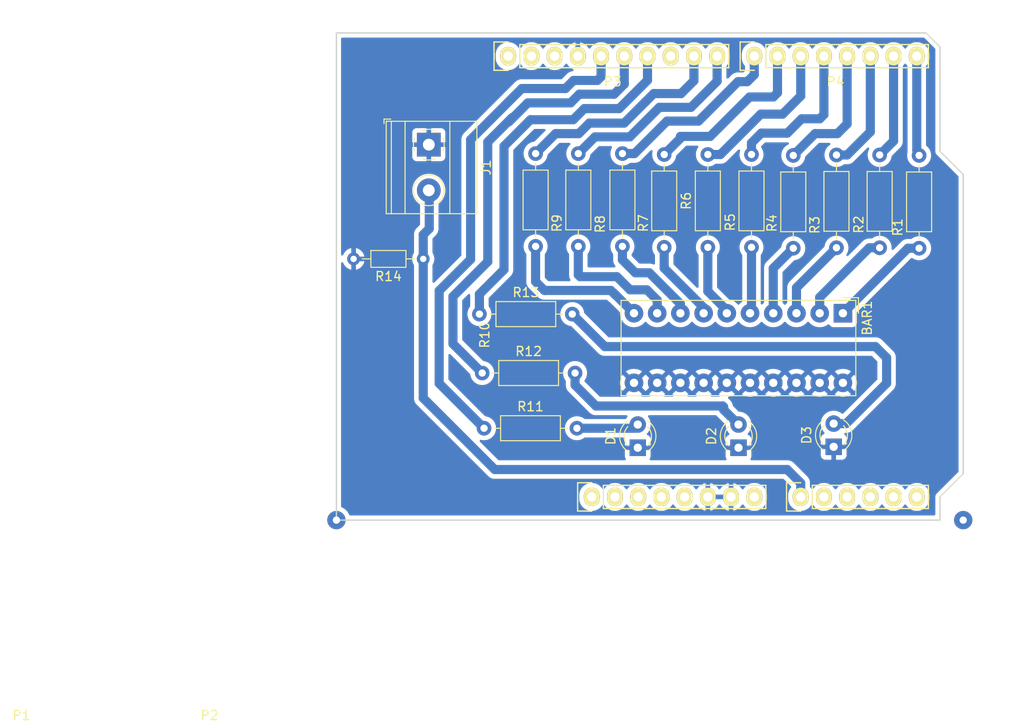
<source format=kicad_pcb>
(kicad_pcb (version 20211014) (generator pcbnew)
  (title_block (date "lun. 30 mars 2015"))
  (layers (0 "F.Cu" signal "cobre frontal") (31 "B.Cu" signal "Cobre traseira") (34 "B.Paste" user "Pasta traseira") (35 "F.Paste" user "Pasta frontal") (36 "B.SilkS" user "B.Silkscreen") (37 "F.SilkS" user "F.Silkscreen") (38 "B.Mask" user "Máscara traseira") (39 "F.Mask" user "Máscara frontal") (44 "Edge.Cuts" user "Cortes contorno"))
  (net 0 "")
  (net 1 "/IOREF")
  (net 2 "/Reset")
  (net 3 "+5V")
  (net 4 "GND")
  (net 5 "/Vin")
  (net 7 "/A1")
  (net 8 "/A2")
  (net 9 "/A3")
  (net 10 "/AREF")
  (net 11 "/A4(SDA)")
  (net 12 "/A5(SCL)")
  (net 13 "Net-(BAR1-Pad1)")
  (net 14 "Net-(BAR1-Pad2)")
  (net 15 "Net-(BAR1-Pad3)")
  (net 16 "Net-(BAR1-Pad4)")
  (net 17 "Net-(BAR1-Pad5)")
  (net 18 "Net-(BAR1-Pad6)")
  (net 19 "Net-(BAR1-Pad7)")
  (net 20 "Net-(BAR1-Pad8)")
  (net 21 "Net-(BAR1-Pad9)")
  (net 22 "Net-(BAR1-Pad10)")
  (net 23 "Net-(D1-Pad2)")
  (net 24 "/10(**{slash}SS)")
  (net 25 "Net-(D2-Pad2)")
  (net 26 "+3V3")
  (net 27 "Net-(D3-Pad2)")
  (net 28 "M+")
  (net 29 "13(SCK)")
  (net 30 "12(MISO)")
  (net 31 "11(**{slash}MOSI)")
  (net 32 "9(**)")
  (net 33 "8")
  (net 34 "7")
  (net 35 "6(**)")
  (net 36 "5(**)")
  (net 37 "4")
  (net 38 "3(**)")
  (net 39 "2")
  (net 40 "1(Tx)")
  (net 41 "0(Rx)")
  (footprint "Socket_Arduino_Uno:Socket_Strip_Arduino_1x08" (layer "F.Cu") (at 138.938 123.825)
    (fp_text reference "P1" (at -62.409 23.927) (layer "F.SilkS"))
    (fp_text value "Power")
    (fp_line (start 19.05 1.27) (end 19.05 -1.27) (layer "F.SilkS") (width 0.15))
    (fp_line (start 1.27 1.27) (end 19.05 1.27) (layer "F.SilkS") (width 0.15))
    (fp_line (start 19.05 -1.27) (end 1.27 -1.27) (layer "F.SilkS") (width 0.15))
    (fp_line (start 0 -1.55) (end -1.55 -1.55) (layer "F.SilkS") (width 0.15))
    (fp_line (start -1.55 -1.55) (end -1.55 1.55) (layer "F.SilkS") (width 0.15))
    (fp_line (start -1.55 1.55) (end 0 1.55) (layer "F.SilkS") (width 0.15))
    (fp_line (start 1.27 1.27) (end 1.27 -1.27) (layer "F.SilkS") (width 0.15))
    (pad "1" thru_hole oval locked (at 0 0) (size 1.7272 2.032) (drill 1.016) (layers *.Cu *.Mask "F.SilkS"))
    (pad "2" thru_hole oval locked (at 2.54 0) (size 1.7272 2.032) (drill 1.016) (layers *.Cu *.Mask "F.SilkS") (net 1 "/IOREF"))
    (pad "3" thru_hole oval locked (at 5.08 0) (size 1.7272 2.032) (drill 1.016) (layers *.Cu *.Mask "F.SilkS") (net 2 "/Reset"))
    (pad "4" thru_hole oval locked (at 7.62 0) (size 1.7272 2.032) (drill 1.016) (layers *.Cu *.Mask "F.SilkS") (net 26 "+3V3"))
    (pad "5" thru_hole oval locked (at 10.16 0) (size 1.7272 2.032) (drill 1.016) (layers *.Cu *.Mask "F.SilkS") (net 3 "+5V"))
    (pad "6" thru_hole oval locked (at 12.7 0) (size 1.7272 2.032) (drill 1.016) (layers *.Cu *.Mask "F.SilkS") (net 4 "GND"))
    (pad "7" thru_hole oval locked (at 15.24 0) (size 1.7272 2.032) (drill 1.016) (layers *.Cu *.Mask "F.SilkS") (net 4 "GND"))
    (pad "8" thru_hole oval locked (at 17.78 0) (size 1.7272 2.032) (drill 1.016) (layers *.Cu *.Mask "F.SilkS") (net 5 "/Vin"))
  )
  (footprint "Socket_Arduino_Uno:Socket_Strip_Arduino_1x06" (layer "F.Cu") (at 161.798 123.825)
    (fp_text reference "P2" (at -64.695 23.927) (layer "F.SilkS"))
    (fp_text value "Analog")
    (fp_line (start 1.27 1.27) (end 1.27 -1.27) (layer "F.SilkS") (width 0.15))
    (fp_line (start 0 -1.55) (end -1.55 -1.55) (layer "F.SilkS") (width 0.15))
    (fp_line (start 13.97 -1.27) (end 1.27 -1.27) (layer "F.SilkS") (width 0.15))
    (fp_line (start 1.27 1.27) (end 13.97 1.27) (layer "F.SilkS") (width 0.15))
    (fp_line (start 13.97 1.27) (end 13.97 -1.27) (layer "F.SilkS") (width 0.15))
    (fp_line (start -1.55 -1.55) (end -1.55 1.55) (layer "F.SilkS") (width 0.15))
    (fp_line (start -1.55 1.55) (end 0 1.55) (layer "F.SilkS") (width 0.15))
    (pad "1" thru_hole oval locked (at 0 0) (size 1.7272 2.032) (drill 1.016) (layers *.Cu *.Mask "F.SilkS") (net 28 "M+"))
    (pad "2" thru_hole oval locked (at 2.54 0) (size 1.7272 2.032) (drill 1.016) (layers *.Cu *.Mask "F.SilkS") (net 7 "/A1"))
    (pad "3" thru_hole oval locked (at 5.08 0) (size 1.7272 2.032) (drill 1.016) (layers *.Cu *.Mask "F.SilkS") (net 8 "/A2"))
    (pad "4" thru_hole oval locked (at 7.62 0) (size 1.7272 2.032) (drill 1.016) (layers *.Cu *.Mask "F.SilkS") (net 9 "/A3"))
    (pad "5" thru_hole oval locked (at 10.16 0) (size 1.7272 2.032) (drill 1.016) (layers *.Cu *.Mask "F.SilkS") (net 11 "/A4(SDA)"))
    (pad "6" thru_hole oval locked (at 12.7 0) (size 1.7272 2.032) (drill 1.016) (layers *.Cu *.Mask "F.SilkS") (net 12 "/A5(SCL)"))
  )
  (footprint "Socket_Arduino_Uno:Socket_Strip_Arduino_1x10" (layer "F.Cu") (at 129.794 75.565)
    (fp_text reference "P3" (at 11.43 2.794) (layer "F.SilkS"))
    (fp_text value "Digital")
    (fp_line (start -1.55 -1.55) (end -1.55 1.55) (layer "F.SilkS") (width 0.15))
    (fp_line (start 1.27 1.27) (end 24.13 1.27) (layer "F.SilkS") (width 0.15))
    (fp_line (start 24.13 1.27) (end 24.13 -1.27) (layer "F.SilkS") (width 0.15))
    (fp_line (start 24.13 -1.27) (end 1.27 -1.27) (layer "F.SilkS") (width 0.15))
    (fp_line (start 0 -1.55) (end -1.55 -1.55) (layer "F.SilkS") (width 0.15))
    (fp_line (start -1.55 1.55) (end 0 1.55) (layer "F.SilkS") (width 0.15))
    (fp_line (start 1.27 1.27) (end 1.27 -1.27) (layer "F.SilkS") (width 0.15))
    (pad "1" thru_hole oval locked (at 0 0) (size 1.7272 2.032) (drill 1.016) (layers *.Cu *.Mask "F.SilkS") (net 12 "/A5(SCL)"))
    (pad "2" thru_hole oval locked (at 2.54 0) (size 1.7272 2.032) (drill 1.016) (layers *.Cu *.Mask "F.SilkS") (net 11 "/A4(SDA)"))
    (pad "3" thru_hole oval locked (at 5.08 0) (size 1.7272 2.032) (drill 1.016) (layers *.Cu *.Mask "F.SilkS") (net 10 "/AREF"))
    (pad "4" thru_hole oval locked (at 7.62 0) (size 1.7272 2.032) (drill 1.016) (layers *.Cu *.Mask "F.SilkS") (net 4 "GND"))
    (pad "5" thru_hole oval locked (at 10.16 0) (size 1.7272 2.032) (drill 1.016) (layers *.Cu *.Mask "F.SilkS") (net 29 "13(SCK)"))
    (pad "6" thru_hole oval locked (at 12.7 0) (size 1.7272 2.032) (drill 1.016) (layers *.Cu *.Mask "F.SilkS") (net 30 "12(MISO)"))
    (pad "7" thru_hole oval locked (at 15.24 0) (size 1.7272 2.032) (drill 1.016) (layers *.Cu *.Mask "F.SilkS") (net 31 "11(**{slash}MOSI)"))
    (pad "8" thru_hole oval locked (at 17.78 0) (size 1.7272 2.032) (drill 1.016) (layers *.Cu *.Mask "F.SilkS") (net 24 "/10(**{slash}SS)"))
    (pad "9" thru_hole oval locked (at 20.32 0) (size 1.7272 2.032) (drill 1.016) (layers *.Cu *.Mask "F.SilkS") (net 32 "9(**)"))
    (pad "10" thru_hole oval locked (at 22.86 0) (size 1.7272 2.032) (drill 1.016) (layers *.Cu *.Mask "F.SilkS") (net 33 "8"))
  )
  (footprint "Socket_Arduino_Uno:Socket_Strip_Arduino_1x08" (layer "F.Cu") (at 156.718 75.565)
    (fp_text reference "P4" (at 8.89 2.794) (layer "F.SilkS"))
    (fp_text value "Digital")
    (fp_line (start 19.05 -1.27) (end 1.27 -1.27) (layer "F.SilkS") (width 0.15))
    (fp_line (start -1.55 1.55) (end 0 1.55) (layer "F.SilkS") (width 0.15))
    (fp_line (start 1.27 1.27) (end 19.05 1.27) (layer "F.SilkS") (width 0.15))
    (fp_line (start 1.27 1.27) (end 1.27 -1.27) (layer "F.SilkS") (width 0.15))
    (fp_line (start 0 -1.55) (end -1.55 -1.55) (layer "F.SilkS") (width 0.15))
    (fp_line (start 19.05 1.27) (end 19.05 -1.27) (layer "F.SilkS") (width 0.15))
    (fp_line (start -1.55 -1.55) (end -1.55 1.55) (layer "F.SilkS") (width 0.15))
    (pad "1" thru_hole oval locked (at 0 0) (size 1.7272 2.032) (drill 1.016) (layers *.Cu *.Mask "F.SilkS") (net 34 "7"))
    (pad "2" thru_hole oval locked (at 2.54 0) (size 1.7272 2.032) (drill 1.016) (layers *.Cu *.Mask "F.SilkS") (net 35 "6(**)"))
    (pad "3" thru_hole oval locked (at 5.08 0) (size 1.7272 2.032) (drill 1.016) (layers *.Cu *.Mask "F.SilkS") (net 36 "5(**)"))
    (pad "4" thru_hole oval locked (at 7.62 0) (size 1.7272 2.032) (drill 1.016) (layers *.Cu *.Mask "F.SilkS") (net 37 "4"))
    (pad "5" thru_hole oval locked (at 10.16 0) (size 1.7272 2.032) (drill 1.016) (layers *.Cu *.Mask "F.SilkS") (net 38 "3(**)"))
    (pad "6" thru_hole oval locked (at 12.7 0) (size 1.7272 2.032) (drill 1.016) (layers *.Cu *.Mask "F.SilkS") (net 39 "2"))
    (pad "7" thru_hole oval locked (at 15.24 0) (size 1.7272 2.032) (drill 1.016) (layers *.Cu *.Mask "F.SilkS") (net 40 "1(Tx)"))
    (pad "8" thru_hole oval locked (at 17.78 0) (size 1.7272 2.032) (drill 1.016) (layers *.Cu *.Mask "F.SilkS") (net 41 "0(Rx)"))
  )
  (footprint "Resistor_THT:R_Axial_DIN0207_L6.3mm_D2.5mm_P10.16mm_Horizontal" (layer "F.Cu") (at 156.4132 96.4946 90)
    (fp_text reference "R5" (at 2.7432 -2.3368 90) (layer "F.SilkS"))
    (fp_text value "330")
    (fp_line (start 9.12 0) (end 8.35 0) (layer "F.SilkS") (width 0.12))
    (fp_line (start 8.35 -1.37) (end 1.81 -1.37) (layer "F.SilkS") (width 0.12))
    (fp_line (start 1.04 0) (end 1.81 0) (layer "F.SilkS") (width 0.12))
    (fp_line (start 8.35 1.37) (end 8.35 -1.37) (layer "F.SilkS") (width 0.12))
    (fp_line (start 1.81 1.37) (end 8.35 1.37) (layer "F.SilkS") (width 0.12))
    (fp_line (start 1.81 -1.37) (end 1.81 1.37) (layer "F.SilkS") (width 0.12))
    (pad "1" thru_hole circle (at 0 0 90) (size 1.6 1.6) (drill 0.8) (layers *.Cu *.Mask) (net 17 "Net-(BAR1-Pad5)"))
    (pad "2" thru_hole oval (at 10.16 0 90) (size 1.6 1.6) (drill 0.8) (layers *.Cu *.Mask) (net 37 "4"))
  )
  (footprint "Resistor_THT:R_Axial_DIN0207_L6.3mm_D2.5mm_P10.16mm_Horizontal" (layer "F.Cu") (at 151.638 96.4946 90)
    (fp_text reference "R6" (at 5.08 -2.37 90) (layer "F.SilkS"))
    (fp_text value "330")
    (fp_line (start 1.81 1.37) (end 8.35 1.37) (layer "F.SilkS") (width 0.12))
    (fp_line (start 1.81 -1.37) (end 1.81 1.37) (layer "F.SilkS") (width 0.12))
    (fp_line (start 1.04 0) (end 1.81 0) (layer "F.SilkS") (width 0.12))
    (fp_line (start 8.35 -1.37) (end 1.81 -1.37) (layer "F.SilkS") (width 0.12))
    (fp_line (start 8.35 1.37) (end 8.35 -1.37) (layer "F.SilkS") (width 0.12))
    (fp_line (start 9.12 0) (end 8.35 0) (layer "F.SilkS") (width 0.12))
    (pad "1" thru_hole circle (at 0 0 90) (size 1.6 1.6) (drill 0.8) (layers *.Cu *.Mask) (net 18 "Net-(BAR1-Pad6)"))
    (pad "2" thru_hole oval (at 10.16 0 90) (size 1.6 1.6) (drill 0.8) (layers *.Cu *.Mask) (net 36 "5(**)"))
  )
  (footprint "Resistor_THT:R_Axial_DIN0207_L6.3mm_D2.5mm_P10.16mm_Horizontal" (layer "F.Cu") (at 174.752 96.5962 90)
    (fp_text reference "R1" (at 2.286 -2.3368 90) (layer "F.SilkS"))
    (fp_text value "330")
    (fp_line (start 8.35 -1.37) (end 1.81 -1.37) (layer "F.SilkS") (width 0.12))
    (fp_line (start 8.35 1.37) (end 8.35 -1.37) (layer "F.SilkS") (width 0.12))
    (fp_line (start 1.04 0) (end 1.81 0) (layer "F.SilkS") (width 0.12))
    (fp_line (start 1.81 -1.37) (end 1.81 1.37) (layer "F.SilkS") (width 0.12))
    (fp_line (start 1.81 1.37) (end 8.35 1.37) (layer "F.SilkS") (width 0.12))
    (fp_line (start 9.12 0) (end 8.35 0) (layer "F.SilkS") (width 0.12))
    (pad "1" thru_hole circle (at 0 0 90) (size 1.6 1.6) (drill 0.8) (layers *.Cu *.Mask) (net 13 "Net-(BAR1-Pad1)"))
    (pad "2" thru_hole oval (at 10.16 0 90) (size 1.6 1.6) (drill 0.8) (layers *.Cu *.Mask) (net 41 "0(Rx)"))
  )
  (footprint "Resistor_THT:R_Axial_DIN0204_L3.6mm_D1.6mm_P7.62mm_Horizontal" (layer "F.Cu") (at 120.4976 97.7646 180)
    (fp_text reference "R14" (at 3.81 -1.92) (layer "F.SilkS"))
    (fp_text value "62")
    (fp_line (start 5.73 0.92) (end 5.73 -0.92) (layer "F.SilkS") (width 0.12))
    (fp_line (start 1.89 0.92) (end 5.73 0.92) (layer "F.SilkS") (width 0.12))
    (fp_line (start 6.68 0) (end 5.73 0) (layer "F.SilkS") (width 0.12))
    (fp_line (start 1.89 -0.92) (end 1.89 0.92) (layer "F.SilkS") (width 0.12))
    (fp_line (start 5.73 -0.92) (end 1.89 -0.92) (layer "F.SilkS") (width 0.12))
    (fp_line (start 0.94 0) (end 1.89 0) (layer "F.SilkS") (width 0.12))
    (pad "1" thru_hole circle (at 0 0 180) (size 1.4 1.4) (drill 0.7) (layers *.Cu *.Mask) (net 28 "M+"))
    (pad "2" thru_hole oval (at 7.62 0 180) (size 1.4 1.4) (drill 0.7) (layers *.Cu *.Mask) (net 4 "GND"))
  )
  (footprint "Resistor_THT:R_Axial_DIN0207_L6.3mm_D2.5mm_P10.16mm_Horizontal" (layer "F.Cu") (at 146.8628 96.4946 90)
    (fp_text reference "R7" (at 2.6416 -2.286 90) (layer "F.SilkS"))
    (fp_text value "330")
    (fp_line (start 8.35 1.37) (end 8.35 -1.37) (layer "F.SilkS") (width 0.12))
    (fp_line (start 1.04 0) (end 1.81 0) (layer "F.SilkS") (width 0.12))
    (fp_line (start 9.12 0) (end 8.35 0) (layer "F.SilkS") (width 0.12))
    (fp_line (start 1.81 -1.37) (end 1.81 1.37) (layer "F.SilkS") (width 0.12))
    (fp_line (start 1.81 1.37) (end 8.35 1.37) (layer "F.SilkS") (width 0.12))
    (fp_line (start 8.35 -1.37) (end 1.81 -1.37) (layer "F.SilkS") (width 0.12))
    (pad "1" thru_hole circle (at 0 0 90) (size 1.6 1.6) (drill 0.8) (layers *.Cu *.Mask) (net 19 "Net-(BAR1-Pad7)"))
    (pad "2" thru_hole oval (at 10.16 0 90) (size 1.6 1.6) (drill 0.8) (layers *.Cu *.Mask) (net 35 "6(**)"))
  )
  (footprint "Resistor_THT:R_Axial_DIN0207_L6.3mm_D2.5mm_P10.16mm_Horizontal" (layer "F.Cu") (at 160.9852 96.5962 90)
    (fp_text reference "R4" (at 2.7432 -2.3368 90) (layer "F.SilkS"))
    (fp_text value "330")
    (fp_line (start 8.35 -1.37) (end 1.81 -1.37) (layer "F.SilkS") (width 0.12))
    (fp_line (start 8.35 1.37) (end 8.35 -1.37) (layer "F.SilkS") (width 0.12))
    (fp_line (start 9.12 0) (end 8.35 0) (layer "F.SilkS") (width 0.12))
    (fp_line (start 1.81 -1.37) (end 1.81 1.37) (layer "F.SilkS") (width 0.12))
    (fp_line (start 1.81 1.37) (end 8.35 1.37) (layer "F.SilkS") (width 0.12))
    (fp_line (start 1.04 0) (end 1.81 0) (layer "F.SilkS") (width 0.12))
    (pad "1" thru_hole circle (at 0 0 90) (size 1.6 1.6) (drill 0.8) (layers *.Cu *.Mask) (net 16 "Net-(BAR1-Pad4)"))
    (pad "2" thru_hole oval (at 10.16 0 90) (size 1.6 1.6) (drill 0.8) (layers *.Cu *.Mask) (net 38 "3(**)"))
  )
  (footprint "LED_THT:LED_D3.0mm" (layer "F.Cu") (at 165.4048 118.3386 90)
    (fp_text reference "D3" (at 1.27 -2.96 90) (layer "F.SilkS"))
    (fp_text value "LED")
    (fp_line (start -0.29 -1.236) (end -0.29 -1.08) (layer "F.SilkS") (width 0.12))
    (fp_line (start -0.29 1.08) (end -0.29 1.236) (layer "F.SilkS") (width 0.12))
    (fp_arc (start -0.29 -1.235516) (mid 1.366487 -1.987659) (end 2.942335 -1.078608) (layer "F.SilkS") (width 0.12))
    (fp_arc (start 0.229039 -1.08) (mid 1.270117 -1.5) (end 2.31113 -1.079837) (layer "F.SilkS") (width 0.12))
    (fp_arc (start 2.942335 1.078608) (mid 1.366487 1.987659) (end -0.29 1.235516) (layer "F.SilkS") (width 0.12))
    (fp_arc (start 2.31113 1.079837) (mid 1.270117 1.5) (end 0.229039 1.08) (layer "F.SilkS") (width 0.12))
    (pad "1" thru_hole rect (at 0 0 90) (size 1.8 1.8) (drill 0.9) (layers *.Cu *.Mask) (net 4 "GND"))
    (pad "2" thru_hole circle (at 2.54 0 90) (size 1.8 1.8) (drill 0.9) (layers *.Cu *.Mask) (net 27 "Net-(D3-Pad2)"))
  )
  (footprint "Resistor_THT:R_Axial_DIN0207_L6.3mm_D2.5mm_P10.16mm_Horizontal" (layer "F.Cu") (at 132.7912 96.393 90)
    (fp_text reference "R10" (at -9.7028 -5.5704 90) (layer "F.SilkS"))
    (fp_text value "330")
    (fp_line (start 9.12 0) (end 8.35 0) (layer "F.SilkS") (width 0.12))
    (fp_line (start 1.81 1.37) (end 8.35 1.37) (layer "F.SilkS") (width 0.12))
    (fp_line (start 8.35 1.37) (end 8.35 -1.37) (layer "F.SilkS") (width 0.12))
    (fp_line (start 1.81 -1.37) (end 1.81 1.37) (layer "F.SilkS") (width 0.12))
    (fp_line (start 8.35 -1.37) (end 1.81 -1.37) (layer "F.SilkS") (width 0.12))
    (fp_line (start 1.04 0) (end 1.81 0) (layer "F.SilkS") (width 0.12))
    (pad "1" thru_hole circle (at 0 0 90) (size 1.6 1.6) (drill 0.8) (layers *.Cu *.Mask) (net 22 "Net-(BAR1-Pad10)"))
    (pad "2" thru_hole oval (at 10.16 0 90) (size 1.6 1.6) (drill 0.8) (layers *.Cu *.Mask) (net 32 "9(**)"))
  )
  (footprint "Resistor_THT:R_Axial_DIN0207_L6.3mm_D2.5mm_P10.16mm_Horizontal" (layer "F.Cu") (at 126.6444 103.8098)
    (fp_text reference "R13" (at 5.08 -2.37) (layer "F.SilkS"))
    (fp_text value "220")
    (fp_line (start 1.81 -1.37) (end 1.81 1.37) (layer "F.SilkS") (width 0.12))
    (fp_line (start 8.35 -1.37) (end 1.81 -1.37) (layer "F.SilkS") (width 0.12))
    (fp_line (start 9.12 0) (end 8.35 0) (layer "F.SilkS") (width 0.12))
    (fp_line (start 8.35 1.37) (end 8.35 -1.37) (layer "F.SilkS") (width 0.12))
    (fp_line (start 1.04 0) (end 1.81 0) (layer "F.SilkS") (width 0.12))
    (fp_line (start 1.81 1.37) (end 8.35 1.37) (layer "F.SilkS") (width 0.12))
    (pad "1" thru_hole circle (at 0 0) (size 1.6 1.6) (drill 0.8) (layers *.Cu *.Mask) (net 31 "11(**{slash}MOSI)"))
    (pad "2" thru_hole oval (at 10.16 0) (size 1.6 1.6) (drill 0.8) (layers *.Cu *.Mask) (net 27 "Net-(D3-Pad2)"))
  )
  (footprint "Resistor_THT:R_Axial_DIN0207_L6.3mm_D2.5mm_P10.16mm_Horizontal" (layer "F.Cu") (at 126.9492 110.2614)
    (fp_text reference "R12" (at 5.08 -2.37) (layer "F.SilkS"))
    (fp_text value "220")
    (fp_line (start 8.35 1.37) (end 8.35 -1.37) (layer "F.SilkS") (width 0.12))
    (fp_line (start 9.12 0) (end 8.35 0) (layer "F.SilkS") (width 0.12))
    (fp_line (start 8.35 -1.37) (end 1.81 -1.37) (layer "F.SilkS") (width 0.12))
    (fp_line (start 1.81 -1.37) (end 1.81 1.37) (layer "F.SilkS") (width 0.12))
    (fp_line (start 1.04 0) (end 1.81 0) (layer "F.SilkS") (width 0.12))
    (fp_line (start 1.81 1.37) (end 8.35 1.37) (layer "F.SilkS") (width 0.12))
    (pad "1" thru_hole circle (at 0 0) (size 1.6 1.6) (drill 0.8) (layers *.Cu *.Mask) (net 30 "12(MISO)"))
    (pad "2" thru_hole oval (at 10.16 0) (size 1.6 1.6) (drill 0.8) (layers *.Cu *.Mask) (net 25 "Net-(D2-Pad2)"))
  )
  (footprint "Resistor_THT:R_Axial_DIN0207_L6.3mm_D2.5mm_P10.16mm_Horizontal" (layer "F.Cu") (at 170.434 96.5454 90)
    (fp_text reference "R2" (at 2.54 -2.286 90) (layer "F.SilkS"))
    (fp_text value "330")
    (fp_line (start 1.81 -1.37) (end 1.81 1.37) (layer "F.SilkS") (width 0.12))
    (fp_line (start 8.35 1.37) (end 8.35 -1.37) (layer "F.SilkS") (width 0.12))
    (fp_line (start 9.12 0) (end 8.35 0) (layer "F.SilkS") (width 0.12))
    (fp_line (start 1.04 0) (end 1.81 0) (layer "F.SilkS") (width 0.12))
    (fp_line (start 1.81 1.37) (end 8.35 1.37) (layer "F.SilkS") (width 0.12))
    (fp_line (start 8.35 -1.37) (end 1.81 -1.37) (layer "F.SilkS") (width 0.12))
    (pad "1" thru_hole circle (at 0 0 90) (size 1.6 1.6) (drill 0.8) (layers *.Cu *.Mask) (net 14 "Net-(BAR1-Pad2)"))
    (pad "2" thru_hole oval (at 10.16 0 90) (size 1.6 1.6) (drill 0.8) (layers *.Cu *.Mask) (net 40 "1(Tx)"))
  )
  (footprint "Resistor_THT:R_Axial_DIN0207_L6.3mm_D2.5mm_P10.16mm_Horizontal" (layer "F.Cu") (at 137.4648 96.393 90)
    (fp_text reference "R9" (at 2.54 -2.3368 90) (layer "F.SilkS"))
    (fp_text value "330")
    (fp_line (start 9.12 0) (end 8.35 0) (layer "F.SilkS") (width 0.12))
    (fp_line (start 1.04 0) (end 1.81 0) (layer "F.SilkS") (width 0.12))
    (fp_line (start 8.35 1.37) (end 8.35 -1.37) (layer "F.SilkS") (width 0.12))
    (fp_line (start 1.81 1.37) (end 8.35 1.37) (layer "F.SilkS") (width 0.12))
    (fp_line (start 1.81 -1.37) (end 1.81 1.37) (layer "F.SilkS") (width 0.12))
    (fp_line (start 8.35 -1.37) (end 1.81 -1.37) (layer "F.SilkS") (width 0.12))
    (pad "1" thru_hole circle (at 0 0 90) (size 1.6 1.6) (drill 0.8) (layers *.Cu *.Mask) (net 21 "Net-(BAR1-Pad9)"))
    (pad "2" thru_hole oval (at 10.16 0 90) (size 1.6 1.6) (drill 0.8) (layers *.Cu *.Mask) (net 33 "8"))
  )
  (footprint "TerminalBlock_Phoenix:TerminalBlock_Phoenix_MKDS-1,5-2_1x02_P5.00mm_Horizontal" (layer "F.Cu") (at 121.107 85.257 -90)
    (fp_text reference "J1" (at 2.5 -6.26 90) (layer "F.SilkS"))
    (fp_text value "Screw_Terminal_01x02")
    (fp_line (start -2.56 4.66) (end 7.56 4.66) (layer "F.SilkS") (width 0.12))
    (fp_line (start -2.8 4.16) (end -2.8 4.9) (layer "F.SilkS") (width 0.12))
    (fp_line (start -2.56 -5.261) (end 7.56 -5.261) (layer "F.SilkS") (width 0.12))
    (fp_line (start 6.07 -1.275) (end 6.035 -1.239) (layer "F.SilkS") (width 0.12))
    (fp_line (start -2.56 4.1) (end 7.56 4.1) (layer "F.SilkS") (width 0.12))
    (fp_line (start 3.966 1.239) (end 3.931 1.274) (layer "F.SilkS") (width 0.12))
    (fp_line (start 6.275 -1.069) (end 6.228 -1.023) (layer "F.SilkS") (width 0.12))
    (fp_line (start -2.56 -2.301) (end 7.56 -2.301) (layer "F.SilkS") (width 0.12))
    (fp_line (start -2.56 2.6) (end 7.56 2.6) (layer "F.SilkS") (width 0.12))
    (fp_line (start -2.56 -5.261) (end -2.56 4.66) (layer "F.SilkS") (width 0.12))
    (fp_line (start -2.8 4.9) (end -2.3 4.9) (layer "F.SilkS") (width 0.12))
    (fp_line (start 7.56 -5.261) (end 7.56 4.66) (layer "F.SilkS") (width 0.12))
    (fp_line (start 3.773 1.023) (end 3.726 1.069) (layer "F.SilkS") (width 0.12))
    (fp_arc (start 0.683318 1.534756) (mid 0.349292 1.643288) (end 0 1.68) (layer "F.SilkS") (width 0.12))
    (fp_arc (start -1.535427 0.683042) (mid -1.680501 -0.000524) (end -1.535 -0.684) (layer "F.SilkS") (width 0.12))
    (fp_arc (start -0.683042 -1.535427) (mid 0.000524 -1.680501) (end 0.684 -1.535) (layer "F.SilkS") (width 0.12))
    (fp_arc (start 0.028805 1.680253) (mid -0.335551 1.646659) (end -0.684 1.535) (layer "F.SilkS") (width 0.12))
    (fp_arc (start 1.535427 -0.683042) (mid 1.680501 0.000524) (end 1.535 0.684) (layer "F.SilkS") (width 0.12))
    (fp_circle (center 5 0) (end 6.68 0) (layer "F.SilkS") (width 0.12) (fill none))
    (pad "1" thru_hole rect (at 0 0 270) (size 2.6 2.6) (drill 1.3) (layers *.Cu *.Mask) (net 4 "GND"))
    (pad "2" thru_hole circle (at 5 0 270) (size 2.6 2.6) (drill 1.3) (layers *.Cu *.Mask) (net 28 "M+"))
  )
  (footprint "LED_THT:LED_D3.0mm" (layer "F.Cu") (at 154.9908 118.4402 90)
    (fp_text reference "D2" (at 1.27 -2.96 90) (layer "F.SilkS"))
    (fp_text value "LED")
    (fp_line (start -0.29 -1.236) (end -0.29 -1.08) (layer "F.SilkS") (width 0.12))
    (fp_line (start -0.29 1.08) (end -0.29 1.236) (layer "F.SilkS") (width 0.12))
    (fp_arc (start 0.229039 -1.08) (mid 1.270117 -1.5) (end 2.31113 -1.079837) (layer "F.SilkS") (width 0.12))
    (fp_arc (start 2.942335 1.078608) (mid 1.366487 1.987659) (end -0.29 1.235516) (layer "F.SilkS") (width 0.12))
    (fp_arc (start -0.29 -1.235516) (mid 1.366487 -1.987659) (end 2.942335 -1.078608) (layer "F.SilkS") (width 0.12))
    (fp_arc (start 2.31113 1.079837) (mid 1.270117 1.5) (end 0.229039 1.08) (layer "F.SilkS") (width 0.12))
    (pad "1" thru_hole rect (at 0 0 90) (size 1.8 1.8) (drill 0.9) (layers *.Cu *.Mask) (net 4 "GND"))
    (pad "2" thru_hole circle (at 2.54 0 90) (size 1.8 1.8) (drill 0.9) (layers *.Cu *.Mask) (net 25 "Net-(D2-Pad2)"))
  )
  (footprint "Resistor_THT:R_Axial_DIN0207_L6.3mm_D2.5mm_P10.16mm_Horizontal" (layer "F.Cu") (at 142.2908 96.393 90)
    (fp_text reference "R8" (at 2.4384 -2.4384 90) (layer "F.SilkS"))
    (fp_text value "330")
    (fp_line (start 9.12 0) (end 8.35 0) (layer "F.SilkS") (width 0.12))
    (fp_line (start 8.35 -1.37) (end 1.81 -1.37) (layer "F.SilkS") (width 0.12))
    (fp_line (start 1.81 -1.37) (end 1.81 1.37) (layer "F.SilkS") (width 0.12))
    (fp_line (start 8.35 1.37) (end 8.35 -1.37) (layer "F.SilkS") (width 0.12))
    (fp_line (start 1.04 0) (end 1.81 0) (layer "F.SilkS") (width 0.12))
    (fp_line (start 1.81 1.37) (end 8.35 1.37) (layer "F.SilkS") (width 0.12))
    (pad "1" thru_hole circle (at 0 0 90) (size 1.6 1.6) (drill 0.8) (layers *.Cu *.Mask) (net 20 "Net-(BAR1-Pad8)"))
    (pad "2" thru_hole oval (at 10.16 0 90) (size 1.6 1.6) (drill 0.8) (layers *.Cu *.Mask) (net 34 "7"))
  )
  (footprint "Resistor_THT:R_Axial_DIN0207_L6.3mm_D2.5mm_P10.16mm_Horizontal" (layer "F.Cu") (at 165.7096 96.5454 90)
    (fp_text reference "R3" (at 2.4892 -2.37 90) (layer "F.SilkS"))
    (fp_text value "330")
    (fp_line (start 1.81 1.37) (end 8.35 1.37) (layer "F.SilkS") (width 0.12))
    (fp_line (start 1.04 0) (end 1.81 0) (layer "F.SilkS") (width 0.12))
    (fp_line (start 9.12 0) (end 8.35 0) (layer "F.SilkS") (width 0.12))
    (fp_line (start 8.35 1.37) (end 8.35 -1.37) (layer "F.SilkS") (width 0.12))
    (fp_line (start 1.81 -1.37) (end 1.81 1.37) (layer "F.SilkS") (width 0.12))
    (fp_line (start 8.35 -1.37) (end 1.81 -1.37) (layer "F.SilkS") (width 0.12))
    (pad "1" thru_hole circle (at 0 0 90) (size 1.6 1.6) (drill 0.8) (layers *.Cu *.Mask) (net 15 "Net-(BAR1-Pad3)"))
    (pad "2" thru_hole oval (at 10.16 0 90) (size 1.6 1.6) (drill 0.8) (layers *.Cu *.Mask) (net 39 "2"))
  )
  (footprint "Display:HDSP-4850" (layer "F.Cu") (at 166.4149 103.7141 -90)
    (fp_text reference "BAR1" (at 0.53 -2.65 90) (layer "F.SilkS"))
    (fp_text value "HDSP-4850_2")
    (fp_line (start 0 -1.7) (end -1.7 -1.7) (layer "F.SilkS") (width 0.12))
    (fp_line (start 9.03 24.27) (end -1.41 24.27) (layer "F.SilkS") (width 0.12))
    (fp_line (start -1.7 -1.7) (end -1.7 0) (layer "F.SilkS") (width 0.12))
    (fp_line (start -1.41 -1.41) (end 9.03 -1.41) (layer "F.SilkS") (width 0.12))
    (fp_line (start 9.03 -1.41) (end 9.03 24.27) (layer "F.SilkS") (width 0.12))
    (fp_line (start -1.41 24.27) (end -1.41 -1.41) (layer "F.SilkS") (width 0.12))
    (pad "1" thru_hole rect (at 0 0 180) (size 2.032 2.032) (drill 0.9144) (layers *.Cu *.Mask) (net 13 "Net-(BAR1-Pad1)"))
    (pad "2" thru_hole circle (at 0 2.54 180) (size 2.032 2.032) (drill 0.9144) (layers *.Cu *.Mask) (net 14 "Net-(BAR1-Pad2)"))
    (pad "3" thru_hole circle (at 0 5.08 180) (size 2.032 2.032) (drill 0.9144) (layers *.Cu *.Mask) (net 15 "Net-(BAR1-Pad3)"))
    (pad "4" thru_hole circle (at 0 7.62 180) (size 2.032 2.032) (drill 0.9144) (layers *.Cu *.Mask) (net 16 "Net-(BAR1-Pad4)"))
    (pad "5" thru_hole circle (at 0 10.16 180) (size 2.032 2.032) (drill 0.9144) (layers *.Cu *.Mask) (net 17 "Net-(BAR1-Pad5)"))
    (pad "6" thru_hole circle (at 0 12.7 180) (size 2.032 2.032) (drill 0.9144) (layers *.Cu *.Mask) (net 18 "Net-(BAR1-Pad6)"))
    (pad "7" thru_hole circle (at 0 15.24 180) (size 2.032 2.032) (drill 0.9144) (layers *.Cu *.Mask) (net 19 "Net-(BAR1-Pad7)"))
    (pad "8" thru_hole circle (at 0 17.78 180) (size 2.032 2.032) (drill 0.9144) (layers *.Cu *.Mask) (net 20 "Net-(BAR1-Pad8)"))
    (pad "9" thru_hole circle (at 0 20.32 180) (size 2.032 2.032) (drill 0.9144) (layers *.Cu *.Mask) (net 21 "Net-(BAR1-Pad9)"))
    (pad "10" thru_hole circle (at 0 22.86 180) (size 2.032 2.032) (drill 0.9144) (layers *.Cu *.Mask) (net 22 "Net-(BAR1-Pad10)"))
    (pad "11" thru_hole circle (at 7.62 22.86 180) (size 2.032 2.032) (drill 0.9144) (layers *.Cu *.Mask) (net 4 "GND"))
    (pad "12" thru_hole circle (at 7.62 20.32 180) (size 2.032 2.032) (drill 0.9144) (layers *.Cu *.Mask) (net 4 "GND"))
    (pad "13" thru_hole circle (at 7.62 17.78 180) (size 2.032 2.032) (drill 0.9144) (layers *.Cu *.Mask) (net 4 "GND"))
    (pad "14" thru_hole circle (at 7.62 15.24 180) (size 2.032 2.032) (drill 0.9144) (layers *.Cu *.Mask) (net 4 "GND"))
    (pad "15" thru_hole circle (at 7.62 12.7 180) (size 2.032 2.032) (drill 0.9144) (layers *.Cu *.Mask) (net 4 "GND"))
    (pad "16" thru_hole circle (at 7.62 10.16 180) (size 2.032 2.032) (drill 0.9144) (layers *.Cu *.Mask) (net 4 "GND"))
    (pad "17" thru_hole circle (at 7.62 7.62 180) (size 2.032 2.032) (drill 0.9144) (layers *.Cu *.Mask) (net 4 "GND"))
    (pad "18" thru_hole circle (at 7.62 5.08 180) (size 2.032 2.032) (drill 0.9144) (layers *.Cu *.Mask) (net 4 "GND"))
    (pad "19" thru_hole circle (at 7.62 2.54 180) (size 2.032 2.032) (drill 0.9144) (layers *.Cu *.Mask) (net 4 "GND"))
    (pad "20" thru_hole circle (at 7.62 0 180) (size 2.032 2.032) (drill 0.9144) (layers *.Cu *.Mask) (net 4 "GND"))
  )
  (footprint "Resistor_THT:R_Axial_DIN0207_L6.3mm_D2.5mm_P10.16mm_Horizontal" (layer "F.Cu") (at 127.1524 116.3066)
    (fp_text reference "R11" (at 5.08 -2.37) (layer "F.SilkS"))
    (fp_text value "220")
    (fp_line (start 1.81 -1.37) (end 1.81 1.37) (layer "F.SilkS") (width 0.12))
    (fp_line (start 8.35 -1.37) (end 1.81 -1.37) (layer "F.SilkS") (width 0.12))
    (fp_line (start 1.81 1.37) (end 8.35 1.37) (layer "F.SilkS") (width 0.12))
    (fp_line (start 9.12 0) (end 8.35 0) (layer "F.SilkS") (width 0.12))
    (fp_line (start 1.04 0) (end 1.81 0) (layer "F.SilkS") (width 0.12))
    (fp_line (start 8.35 1.37) (end 8.35 -1.37) (layer "F.SilkS") (width 0.12))
    (pad "1" thru_hole circle (at 0 0) (size 1.6 1.6) (drill 0.8) (layers *.Cu *.Mask) (net 29 "13(SCK)"))
    (pad "2" thru_hole oval (at 10.16 0) (size 1.6 1.6) (drill 0.8) (layers *.Cu *.Mask) (net 23 "Net-(D1-Pad2)"))
  )
  (footprint "LED_THT:LED_D3.0mm" (layer "F.Cu") (at 143.9672 118.4402 90)
    (fp_text reference "D1" (at 1.27 -2.96 90) (layer "F.SilkS"))
    (fp_text value "LED")
    (fp_line (start -0.29 1.08) (end -0.29 1.236) (layer "F.SilkS") (width 0.12))
    (fp_line (start -0.29 -1.236) (end -0.29 -1.08) (layer "F.SilkS") (width 0.12))
    (fp_arc (start 2.942335 1.078608) (mid 1.366487 1.987659) (end -0.29 1.235516) (layer "F.SilkS") (width 0.12))
    (fp_arc (start -0.29 -1.235516) (mid 1.366487 -1.987659) (end 2.942335 -1.078608) (layer "F.SilkS") (width 0.12))
    (fp_arc (start 2.31113 1.079837) (mid 1.270117 1.5) (end 0.229039 1.08) (layer "F.SilkS") (width 0.12))
    (fp_arc (start 0.229039 -1.08) (mid 1.270117 -1.5) (end 2.31113 -1.079837) (layer "F.SilkS") (width 0.12))
    (pad "1" thru_hole rect (at 0 0 90) (size 1.8 1.8) (drill 0.9) (layers *.Cu *.Mask) (net 4 "GND"))
    (pad "2" thru_hole circle (at 2.54 0 90) (size 1.8 1.8) (drill 0.9) (layers *.Cu *.Mask) (net 23 "Net-(D1-Pad2)"))
  )
  (gr_line (start 179.578 88.519) (end 177.038 85.979) (layer "Edge.Cuts") (width 0.15))
  (gr_line (start 177.038 126.365) (end 177.038 123.825) (layer "Edge.Cuts") (width 0.15))
  (gr_line (start 177.038 74.549) (end 175.514 73.025) (layer "Edge.Cuts") (width 0.15))
  (gr_line (start 177.038 123.825) (end 179.578 121.285) (layer "Edge.Cuts") (width 0.15))
  (gr_line (start 110.998 73.025) (end 110.998 126.365) (layer "Edge.Cuts") (width 0.15))
  (gr_line (start 179.578 121.285) (end 179.578 88.519) (layer "Edge.Cuts") (width 0.15))
  (gr_line (start 110.998 126.365) (end 177.038 126.365) (layer "Edge.Cuts") (width 0.15))
  (gr_line (start 175.514 73.025) (end 110.998 73.025) (layer "Edge.Cuts") (width 0.15))
  (gr_line (start 177.038 85.979) (end 177.038 74.549) (layer "Edge.Cuts") (width 0.15))
  (via (at 110.998 126.365) (size 2) (drill 0.8) (layers "F.Cu" "B.Cu") (net 0))
  (via (at 179.578 126.365) (size 2) (drill 0.8) (layers "F.Cu" "B.Cu") (net 0))
  (segment (start 173.5328 96.5962) (end 166.4149 103.7141) (width 1) (layer "B.Cu") (net 13))
  (segment (start 175.0568 96.5962) (end 173.5328 96.5962) (width 1) (layer "B.Cu") (net 13))
  (segment (start 170.434 96.5454) (end 169.30263 96.5454) (width 1) (layer "B.Cu") (net 14))
  (segment (start 163.8749 101.97313) (end 163.8749 103.7141) (width 1) (layer "B.Cu") (net 14))
  (segment (start 169.30263 96.5454) (end 163.8749 101.97313) (width 1) (layer "B.Cu") (net 14))
  (segment (start 161.3349 100.9201) (end 161.3349 103.7141) (width 1) (layer "B.Cu") (net 15))
  (segment (start 165.7096 96.5454) (end 161.3349 100.9201) (width 1) (layer "B.Cu") (net 15))
  (segment (start 158.7949 98.7865) (end 158.7949 103.7141) (width 1) (layer "B.Cu") (net 16))
  (segment (start 160.9852 96.5962) (end 158.7949 98.7865) (width 1) (layer "B.Cu") (net 16))
  (segment (start 156.4132 96.4946) (end 156.4132 103.5558) (width 1) (layer "B.Cu") (net 17))
  (segment (start 156.4132 103.5558) (end 156.2549 103.7141) (width 1) (layer "B.Cu") (net 17))
  (segment (start 153.7149 103.392422) (end 153.7149 103.7141) (width 1) (layer "B.Cu") (net 18))
  (segment (start 151.638 96.4946) (end 151.638 101.315522) (width 1) (layer "B.Cu") (net 18))
  (segment (start 151.638 101.315522) (end 153.7149 103.392422) (width 1) (layer "B.Cu") (net 18))
  (segment (start 151.1749 103.093348) (end 151.1749 103.7141) (width 1) (layer "B.Cu") (net 19))
  (segment (start 146.8628 96.4946) (end 146.8628 98.781248) (width 1) (layer "B.Cu") (net 19))
  (segment (start 146.8628 98.781248) (end 151.1749 103.093348) (width 1) (layer "B.Cu") (net 19))
  (segment (start 148.6349 102.685304) (end 148.6349 103.7141) (width 1) (layer "B.Cu") (net 20))
  (segment (start 142.2908 96.393) (end 142.2908 97.8662) (width 1) (layer "B.Cu") (net 20))
  (segment (start 143.7132 99.2886) (end 145.238196 99.2886) (width 1) (layer "B.Cu") (net 20))
  (segment (start 142.2908 97.8662) (end 143.7132 99.2886) (width 1) (layer "B.Cu") (net 20))
  (segment (start 145.238196 99.2886) (end 148.6349 102.685304) (width 1) (layer "B.Cu") (net 20))
  (segment (start 141.684236 99.71148) (end 143.122278 101.149522) (width 1) (layer "B.Cu") (net 21))
  (segment (start 137.4648 96.393) (end 137.4648 99.50828) (width 1) (layer "B.Cu") (net 21))
  (segment (start 146.0949 102.27726) (end 146.0949 103.7141) (width 1) (layer "B.Cu") (net 21))
  (segment (start 144.967162 101.149522) (end 146.0949 102.27726) (width 1) (layer "B.Cu") (net 21))
  (segment (start 137.4648 99.50828) (end 137.668 99.71148) (width 1) (layer "B.Cu") (net 21))
  (segment (start 143.122278 101.149522) (end 144.967162 101.149522) (width 1) (layer "B.Cu") (net 21))
  (segment (start 137.668 99.71148) (end 141.684236 99.71148) (width 1) (layer "B.Cu") (net 21))
  (segment (start 132.7912 100.2538) (end 133.7564 101.219) (width 1) (layer "B.Cu") (net 22))
  (segment (start 141.3764 101.5356) (end 143.5549 103.7141) (width 1) (layer "B.Cu") (net 22))
  (segment (start 132.7912 96.393) (end 132.7912 100.2538) (width 1) (layer "B.Cu") (net 22))
  (segment (start 141.0208 101.219) (end 141.478 101.6762) (width 1) (layer "B.Cu") (net 22))
  (segment (start 133.7564 101.219) (end 141.0208 101.219) (width 1) (layer "B.Cu") (net 22))
  (segment (start 143.5608 116.3066) (end 143.9672 115.9002) (width 1) (layer "B.Cu") (net 23))
  (segment (start 137.3124 116.3066) (end 143.5608 116.3066) (width 1) (layer "B.Cu") (net 23))
  (segment (start 154.9908 115.9002) (end 153.3652 114.2746) (width 1) (layer "B.Cu") (net 25))
  (segment (start 137.1092 111.5822) (end 137.1092 110.2614) (width 1) (layer "B.Cu") (net 25))
  (segment (start 153.2636 113.8682) (end 139.3952 113.8682) (width 1) (layer "B.Cu") (net 25))
  (segment (start 139.3952 113.8682) (end 137.1092 111.5822) (width 1) (layer "B.Cu") (net 25))
  (segment (start 153.3652 113.9698) (end 153.2636 113.8682) (width 1) (layer "B.Cu") (net 25))
  (segment (start 153.3652 114.2746) (end 153.3652 113.9698) (width 1) (layer "B.Cu") (net 25))
  (segment (start 171.196 108.585) (end 171.196 111.379) (width 1) (layer "B.Cu") (net 27))
  (segment (start 166.7764 115.7986) (end 165.4048 115.7986) (width 1) (layer "B.Cu") (net 27))
  (segment (start 136.8044 103.8098) (end 140.3604 107.3658) (width 1) (layer "B.Cu") (net 27))
  (segment (start 169.9768 107.3658) (end 171.196 108.585) (width 1) (layer "B.Cu") (net 27))
  (segment (start 140.3604 107.3658) (end 169.9768 107.3658) (width 1) (layer "B.Cu") (net 27))
  (segment (start 171.196 111.379) (end 166.7764 115.7986) (width 1) (layer "B.Cu") (net 27))
  (segment (start 160.3248 120.8278) (end 128.3208 120.8278) (width 1) (layer "B.Cu") (net 28))
  (segment (start 120.4976 95.1124) (end 121.158 94.452) (width 1) (layer "B.Cu") (net 28))
  (segment (start 121.158 90.1446) (end 121.158 94.452) (width 1) (layer "B.Cu") (net 28))
  (segment (start 120.4976 97.7646) (end 120.4976 95.1124) (width 1) (layer "B.Cu") (net 28))
  (segment (start 120.4976 113.0046) (end 120.4976 97.7646) (width 1) (layer "B.Cu") (net 28))
  (segment (start 161.798 122.301) (end 160.3248 120.8278) (width 1) (layer "B.Cu") (net 28))
  (segment (start 128.3208 120.8278) (end 120.4976 113.0046) (width 1) (layer "B.Cu") (net 28))
  (segment (start 161.798 123.825) (end 161.798 122.301) (width 1) (layer "B.Cu") (net 28))
  (segment (start 131.281212 79.108632) (end 125.680022 84.709822) (width 1) (layer "B.Cu") (net 29))
  (segment (start 122.24128 101.254964) (end 122.24128 111.39548) (width 1) (layer "B.Cu") (net 29))
  (segment (start 136.061347 79.108632) (end 131.281212 79.108632) (width 1) (layer "B.Cu") (net 29))
  (segment (start 125.680022 84.709822) (end 125.680022 97.816222) (width 1) (layer "B.Cu") (net 29))
  (segment (start 136.944432 78.225547) (end 136.061347 79.108632) (width 1) (layer "B.Cu") (net 29))
  (segment (start 139.954 75.565) (end 139.954 77.819147) (width 1) (layer "B.Cu") (net 29))
  (segment (start 139.5476 78.225547) (end 136.944432 78.225547) (width 1) (layer "B.Cu") (net 29))
  (segment (start 125.680022 97.816222) (end 122.24128 101.254964) (width 1) (layer "B.Cu") (net 29))
  (segment (start 122.24128 111.39548) (end 127.1524 116.3066) (width 1) (layer "B.Cu") (net 29))
  (segment (start 139.954 77.819147) (end 139.5476 78.225547) (width 1) (layer "B.Cu") (net 29))
  (segment (start 137.568867 79.733067) (end 136.619324 80.68261) (width 1) (layer "B.Cu") (net 30))
  (segment (start 127.5588 84.963) (end 127.5588 98.0694) (width 1) (layer "B.Cu") (net 30))
  (segment (start 127.5588 98.0694) (end 123.7488 101.8794) (width 1) (layer "B.Cu") (net 30))
  (segment (start 131.942434 80.68261) (end 129.871022 82.754022) (width 1) (layer "B.Cu") (net 30))
  (segment (start 142.494 78.617933) (end 141.378866 79.733067) (width 1) (layer "B.Cu") (net 30))
  (segment (start 136.619324 80.68261) (end 131.942434 80.68261) (width 1) (layer "B.Cu") (net 30))
  (segment (start 142.494 75.565) (end 142.494 78.617933) (width 1) (layer "B.Cu") (net 30))
  (segment (start 123.7488 107.061) (end 126.9492 110.2614) (width 1) (layer "B.Cu") (net 30))
  (segment (start 141.378866 79.733067) (end 137.568867 79.733067) (width 1) (layer "B.Cu") (net 30))
  (segment (start 130.23472 82.28708) (end 127.5588 84.963) (width 1) (layer "B.Cu") (net 30))
  (segment (start 123.7488 101.8794) (end 123.7488 107.061) (width 1) (layer "B.Cu") (net 30))
  (segment (start 132.2324 82.5246) (end 129.3368 85.4202) (width 1) (layer "B.Cu") (net 31))
  (segment (start 138.126844 81.307045) (end 136.909289 82.5246) (width 1) (layer "B.Cu") (net 31))
  (segment (start 145.034 78.209889) (end 141.936844 81.307045) (width 1) (layer "B.Cu") (net 31))
  (segment (start 141.936844 81.307045) (end 138.126844 81.307045) (width 1) (layer "B.Cu") (net 31))
  (segment (start 126.6444 101.6254) (end 126.6444 103.8098) (width 1) (layer "B.Cu") (net 31))
  (segment (start 129.3368 85.4202) (end 129.3368 98.933) (width 1) (layer "B.Cu") (net 31))
  (segment (start 129.3368 98.933) (end 126.6444 101.6254) (width 1) (layer "B.Cu") (net 31))
  (segment (start 145.034 75.565) (end 145.034 78.209889) (width 1) (layer "B.Cu") (net 31))
  (segment (start 136.909289 82.5246) (end 132.2324 82.5246) (width 1) (layer "B.Cu") (net 31))
  (segment (start 145.713884 79.66196) (end 144.8308 80.545045) (width 1) (layer "B.Cu") (net 32))
  (segment (start 144.8308 80.545045) (end 142.479165 82.89668) (width 1) (layer "B.Cu") (net 32))
  (segment (start 134.9756 84.0486) (end 132.7912 86.233) (width 1) (layer "B.Cu") (net 32))
  (segment (start 150.114 78.2574) (end 148.70944 79.66196) (width 1) (layer "B.Cu") (net 32))
  (segment (start 137.517244 84.0486) (end 134.9756 84.0486) (width 1) (layer "B.Cu") (net 32))
  (segment (start 150.114 75.565) (end 150.114 78.2574) (width 1) (layer "B.Cu") (net 32))
  (segment (start 138.669164 82.89668) (end 137.517244 84.0486) (width 1) (layer "B.Cu") (net 32))
  (segment (start 142.479165 82.89668) (end 138.669164 82.89668) (width 1) (layer "B.Cu") (net 32))
  (segment (start 148.70944 79.66196) (end 145.713884 79.66196) (width 1) (layer "B.Cu") (net 32))
  (segment (start 143.1036 84.4042) (end 139.2936 84.4042) (width 1) (layer "B.Cu") (net 33))
  (segment (start 152.654 75.565) (end 152.654 78.3082) (width 1) (layer "B.Cu") (net 33))
  (segment (start 146.33832 81.16948) (end 143.1036 84.4042) (width 1) (layer "B.Cu") (net 33))
  (segment (start 149.79272 81.16948) (end 146.33832 81.16948) (width 1) (layer "B.Cu") (net 33))
  (segment (start 152.654 78.3082) (end 149.79272 81.16948) (width 1) (layer "B.Cu") (net 33))
  (segment (start 139.2936 84.4042) (end 137.4648 86.233) (width 1) (layer "B.Cu") (net 33))
  (segment (start 156.718 75.565) (end 156.718 77.597) (width 1) (layer "B.Cu") (net 34))
  (segment (start 147.1676 82.677) (end 143.6116 86.233) (width 1) (layer "B.Cu") (net 34))
  (segment (start 156.718 77.597) (end 155.956 78.359) (width 1) (layer "B.Cu") (net 34))
  (segment (start 154.94 78.359) (end 150.622 82.677) (width 1) (layer "B.Cu") (net 34))
  (segment (start 150.622 82.677) (end 147.1676 82.677) (width 1) (layer "B.Cu") (net 34))
  (segment (start 155.956 78.359) (end 154.94 78.359) (width 1) (layer "B.Cu") (net 34))
  (segment (start 143.6116 86.233) (end 142.2908 86.233) (width 1) (layer "B.Cu") (net 34))
  (segment (start 158.8008 80.0354) (end 156.21 80.0354) (width 1) (layer "B.Cu") (net 35))
  (segment (start 159.258 79.5782) (end 158.8008 80.0354) (width 1) (layer "B.Cu") (net 35))
  (segment (start 156.21 80.0354) (end 151.892 84.3534) (width 1) (layer "B.Cu") (net 35))
  (segment (start 151.892 84.3534) (end 148.6408 84.3534) (width 1) (layer "B.Cu") (net 35))
  (segment (start 148.6408 84.5566) (end 146.8628 86.3346) (width 1) (layer "B.Cu") (net 35))
  (segment (start 159.258 75.565) (end 159.258 79.5782) (width 1) (layer "B.Cu") (net 35))
  (segment (start 148.6408 84.3534) (end 148.6408 84.5566) (width 1) (layer "B.Cu") (net 35))
  (segment (start 153.011244 86.3346) (end 151.638 86.3346) (width 1) (layer "B.Cu") (net 36))
  (segment (start 161.798 79.9338) (end 159.8168 81.915) (width 1) (layer "B.Cu") (net 36))
  (segment (start 157.430844 81.915) (end 153.011244 86.3346) (width 1) (layer "B.Cu") (net 36))
  (segment (start 161.798 75.565) (end 161.798 79.9338) (width 1) (layer "B.Cu") (net 36))
  (segment (start 159.8168 81.915) (end 157.430844 81.915) (width 1) (layer "B.Cu") (net 36))
  (segment (start 157.48 83.9978) (end 156.4132 85.0646) (width 1) (layer "B.Cu") (net 37))
  (segment (start 164.338 81.9658) (end 163.8808 82.423) (width 1) (layer "B.Cu") (net 37))
  (segment (start 163.8808 82.423) (end 161.8996 82.423) (width 1) (layer "B.Cu") (net 37))
  (segment (start 160.3248 83.9978) (end 157.48 83.9978) (width 1) (layer "B.Cu") (net 37))
  (segment (start 164.338 75.565) (end 164.338 81.9658) (width 1) (layer "B.Cu") (net 37))
  (segment (start 156.4132 85.0646) (end 156.4132 86.3346) (width 1) (layer "B.Cu") (net 37))
  (segment (start 161.8996 82.423) (end 160.3248 83.9978) (width 1) (layer "B.Cu") (net 37))
  (segment (start 163.3728 84.0486) (end 160.9852 86.4362) (width 1) (layer "B.Cu") (net 38))
  (segment (start 166.878 75.565) (end 166.878 82.9818) (width 1) (layer "B.Cu") (net 38))
  (segment (start 165.8112 84.0486) (end 163.3728 84.0486) (width 1) (layer "B.Cu") (net 38))
  (segment (start 166.878 82.9818) (end 165.8112 84.0486) (width 1) (layer "B.Cu") (net 38))
  (segment (start 169.418 75.565) (end 169.418 83.8454) (width 1) (layer "B.Cu") (net 39))
  (segment (start 166.878 86.3854) (end 165.7096 86.3854) (width 1) (layer "B.Cu") (net 39))
  (segment (start 169.418 83.8454) (end 166.878 86.3854) (width 1) (layer "B.Cu") (net 39))
  (segment (start 171.958 75.565) (end 171.958 84.8614) (width 1) (layer "B.Cu") (net 40))
  (segment (start 171.958 84.8614) (end 170.434 86.3854) (width 1) (layer "B.Cu") (net 40))
  (segment (start 174.498 85.8774) (end 175.0568 86.4362) (width 1) (layer "B.Cu") (net 41))
  (segment (start 174.498 75.565) (end 174.498 85.8774) (width 1) (layer "B.Cu") (net 41))
  (zone (net 4) (net_name "GND") (layer "B.Cu") (connect_pads (clearance 0.508)) (min_thickness 0.254) (fill yes (thermal_gap 0.508) (thermal_bridge_width 0.508))
    (polygon (pts (xy 181.2544 132.3594) (xy 102.7176 131.2418) (xy 106.7816 69.9262) (xy 186.2328 69.4182)))
  )
)
</source>
